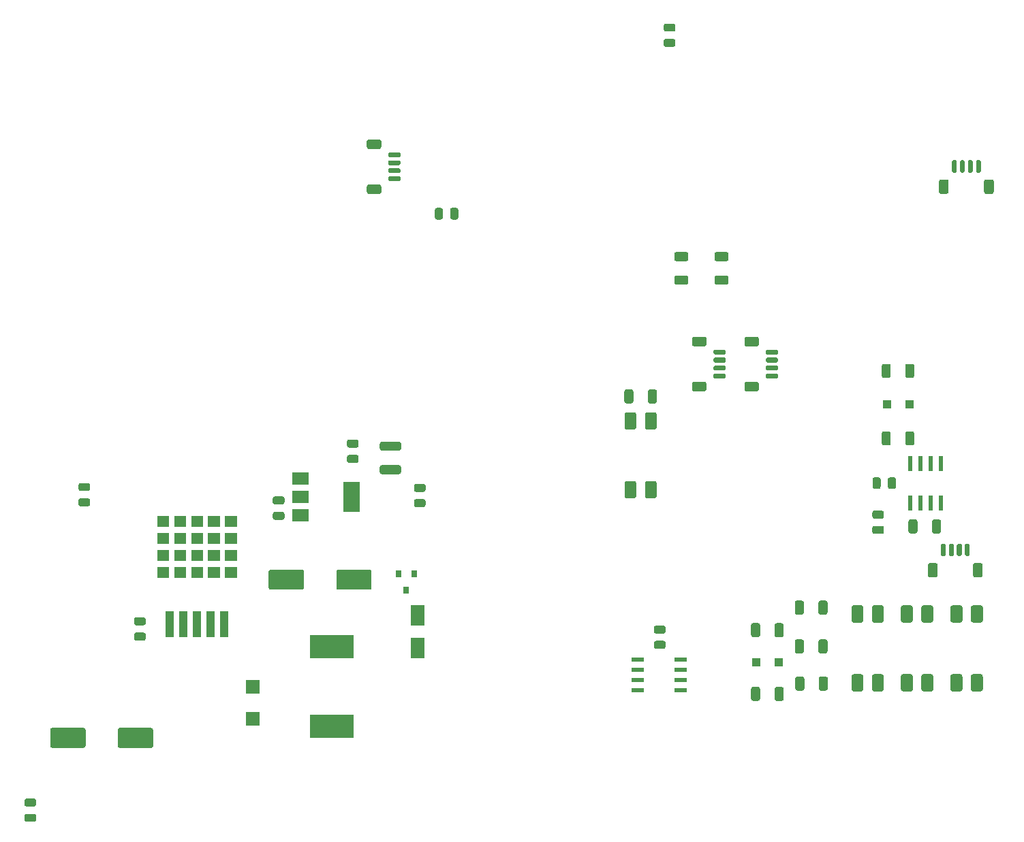
<source format=gbr>
%TF.GenerationSoftware,KiCad,Pcbnew,(5.1.12)-1*%
%TF.CreationDate,2022-02-22T16:25:41-06:00*%
%TF.ProjectId,AS13,41533133-2e6b-4696-9361-645f70636258,rev?*%
%TF.SameCoordinates,Original*%
%TF.FileFunction,Paste,Top*%
%TF.FilePolarity,Positive*%
%FSLAX46Y46*%
G04 Gerber Fmt 4.6, Leading zero omitted, Abs format (unit mm)*
G04 Created by KiCad (PCBNEW (5.1.12)-1) date 2022-02-22 16:25:41*
%MOMM*%
%LPD*%
G01*
G04 APERTURE LIST*
%ADD10C,0.010000*%
%ADD11R,1.100000X1.100000*%
%ADD12R,1.800000X1.800000*%
%ADD13R,0.530000X1.980000*%
%ADD14R,1.800000X2.500000*%
%ADD15R,2.000000X1.500000*%
%ADD16R,2.000000X3.800000*%
%ADD17R,1.050000X3.210000*%
%ADD18R,5.400000X2.900000*%
%ADD19R,1.550000X0.600000*%
%ADD20R,0.800000X0.900000*%
G04 APERTURE END LIST*
D10*
%TO.C,IC2*%
G36*
X75310000Y-136435000D02*
G01*
X75310000Y-135175000D01*
X76730000Y-135175000D01*
X76730000Y-136435000D01*
X75310000Y-136435000D01*
G37*
X75310000Y-136435000D02*
X75310000Y-135175000D01*
X76730000Y-135175000D01*
X76730000Y-136435000D01*
X75310000Y-136435000D01*
G36*
X73200000Y-136435000D02*
G01*
X73200000Y-135175000D01*
X74620000Y-135175000D01*
X74620000Y-136435000D01*
X73200000Y-136435000D01*
G37*
X73200000Y-136435000D02*
X73200000Y-135175000D01*
X74620000Y-135175000D01*
X74620000Y-136435000D01*
X73200000Y-136435000D01*
G36*
X66870000Y-134315000D02*
G01*
X66870000Y-133055000D01*
X68290000Y-133055000D01*
X68290000Y-134315000D01*
X66870000Y-134315000D01*
G37*
X66870000Y-134315000D02*
X66870000Y-133055000D01*
X68290000Y-133055000D01*
X68290000Y-134315000D01*
X66870000Y-134315000D01*
G36*
X66870000Y-136435000D02*
G01*
X66870000Y-135175000D01*
X68290000Y-135175000D01*
X68290000Y-136435000D01*
X66870000Y-136435000D01*
G37*
X66870000Y-136435000D02*
X66870000Y-135175000D01*
X68290000Y-135175000D01*
X68290000Y-136435000D01*
X66870000Y-136435000D01*
G36*
X68980000Y-136435000D02*
G01*
X68980000Y-135175000D01*
X70400000Y-135175000D01*
X70400000Y-136435000D01*
X68980000Y-136435000D01*
G37*
X68980000Y-136435000D02*
X68980000Y-135175000D01*
X70400000Y-135175000D01*
X70400000Y-136435000D01*
X68980000Y-136435000D01*
G36*
X68980000Y-134315000D02*
G01*
X68980000Y-133055000D01*
X70400000Y-133055000D01*
X70400000Y-134315000D01*
X68980000Y-134315000D01*
G37*
X68980000Y-134315000D02*
X68980000Y-133055000D01*
X70400000Y-133055000D01*
X70400000Y-134315000D01*
X68980000Y-134315000D01*
G36*
X75310000Y-134315000D02*
G01*
X75310000Y-133055000D01*
X76730000Y-133055000D01*
X76730000Y-134315000D01*
X75310000Y-134315000D01*
G37*
X75310000Y-134315000D02*
X75310000Y-133055000D01*
X76730000Y-133055000D01*
X76730000Y-134315000D01*
X75310000Y-134315000D01*
G36*
X73200000Y-134315000D02*
G01*
X73200000Y-133055000D01*
X74620000Y-133055000D01*
X74620000Y-134315000D01*
X73200000Y-134315000D01*
G37*
X73200000Y-134315000D02*
X73200000Y-133055000D01*
X74620000Y-133055000D01*
X74620000Y-134315000D01*
X73200000Y-134315000D01*
G36*
X75310000Y-130075000D02*
G01*
X75310000Y-128815000D01*
X76730000Y-128815000D01*
X76730000Y-130075000D01*
X75310000Y-130075000D01*
G37*
X75310000Y-130075000D02*
X75310000Y-128815000D01*
X76730000Y-128815000D01*
X76730000Y-130075000D01*
X75310000Y-130075000D01*
G36*
X73200000Y-130075000D02*
G01*
X73200000Y-128815000D01*
X74620000Y-128815000D01*
X74620000Y-130075000D01*
X73200000Y-130075000D01*
G37*
X73200000Y-130075000D02*
X73200000Y-128815000D01*
X74620000Y-128815000D01*
X74620000Y-130075000D01*
X73200000Y-130075000D01*
G36*
X66870000Y-130075000D02*
G01*
X66870000Y-128815000D01*
X68290000Y-128815000D01*
X68290000Y-130075000D01*
X66870000Y-130075000D01*
G37*
X66870000Y-130075000D02*
X66870000Y-128815000D01*
X68290000Y-128815000D01*
X68290000Y-130075000D01*
X66870000Y-130075000D01*
G36*
X68980000Y-130075000D02*
G01*
X68980000Y-128815000D01*
X70400000Y-128815000D01*
X70400000Y-130075000D01*
X68980000Y-130075000D01*
G37*
X68980000Y-130075000D02*
X68980000Y-128815000D01*
X70400000Y-128815000D01*
X70400000Y-130075000D01*
X68980000Y-130075000D01*
G36*
X75310000Y-132195000D02*
G01*
X75310000Y-130935000D01*
X76730000Y-130935000D01*
X76730000Y-132195000D01*
X75310000Y-132195000D01*
G37*
X75310000Y-132195000D02*
X75310000Y-130935000D01*
X76730000Y-130935000D01*
X76730000Y-132195000D01*
X75310000Y-132195000D01*
G36*
X73200000Y-132195000D02*
G01*
X73200000Y-130935000D01*
X74620000Y-130935000D01*
X74620000Y-132195000D01*
X73200000Y-132195000D01*
G37*
X73200000Y-132195000D02*
X73200000Y-130935000D01*
X74620000Y-130935000D01*
X74620000Y-132195000D01*
X73200000Y-132195000D01*
G36*
X66870000Y-132195000D02*
G01*
X66870000Y-130935000D01*
X68290000Y-130935000D01*
X68290000Y-132195000D01*
X66870000Y-132195000D01*
G37*
X66870000Y-132195000D02*
X66870000Y-130935000D01*
X68290000Y-130935000D01*
X68290000Y-132195000D01*
X66870000Y-132195000D01*
G36*
X68980000Y-132195000D02*
G01*
X68980000Y-130935000D01*
X70400000Y-130935000D01*
X70400000Y-132195000D01*
X68980000Y-132195000D01*
G37*
X68980000Y-132195000D02*
X68980000Y-130935000D01*
X70400000Y-130935000D01*
X70400000Y-132195000D01*
X68980000Y-132195000D01*
G36*
X71090000Y-136435000D02*
G01*
X71090000Y-135175000D01*
X72510000Y-135175000D01*
X72510000Y-136435000D01*
X71090000Y-136435000D01*
G37*
X71090000Y-136435000D02*
X71090000Y-135175000D01*
X72510000Y-135175000D01*
X72510000Y-136435000D01*
X71090000Y-136435000D01*
G36*
X71090000Y-134315000D02*
G01*
X71090000Y-133055000D01*
X72510000Y-133055000D01*
X72510000Y-134315000D01*
X71090000Y-134315000D01*
G37*
X71090000Y-134315000D02*
X71090000Y-133055000D01*
X72510000Y-133055000D01*
X72510000Y-134315000D01*
X71090000Y-134315000D01*
G36*
X71090000Y-130075000D02*
G01*
X71090000Y-128815000D01*
X72510000Y-128815000D01*
X72510000Y-130075000D01*
X71090000Y-130075000D01*
G37*
X71090000Y-130075000D02*
X71090000Y-128815000D01*
X72510000Y-128815000D01*
X72510000Y-130075000D01*
X71090000Y-130075000D01*
G36*
X71090000Y-132195000D02*
G01*
X71090000Y-130935000D01*
X72510000Y-130935000D01*
X72510000Y-132195000D01*
X71090000Y-132195000D01*
G37*
X71090000Y-132195000D02*
X71090000Y-130935000D01*
X72510000Y-130935000D01*
X72510000Y-132195000D01*
X71090000Y-132195000D01*
%TD*%
%TO.C,R8*%
G36*
G01*
X143600000Y-151550001D02*
X143600000Y-150299999D01*
G75*
G02*
X143849999Y-150050000I249999J0D01*
G01*
X144475001Y-150050000D01*
G75*
G02*
X144725000Y-150299999I0J-249999D01*
G01*
X144725000Y-151550001D01*
G75*
G02*
X144475001Y-151800000I-249999J0D01*
G01*
X143849999Y-151800000D01*
G75*
G02*
X143600000Y-151550001I0J249999D01*
G01*
G37*
G36*
G01*
X140675000Y-151550001D02*
X140675000Y-150299999D01*
G75*
G02*
X140924999Y-150050000I249999J0D01*
G01*
X141550001Y-150050000D01*
G75*
G02*
X141800000Y-150299999I0J-249999D01*
G01*
X141800000Y-151550001D01*
G75*
G02*
X141550001Y-151800000I-249999J0D01*
G01*
X140924999Y-151800000D01*
G75*
G02*
X140675000Y-151550001I0J249999D01*
G01*
G37*
%TD*%
%TO.C,R6*%
G36*
G01*
X159832500Y-119769401D02*
X159832500Y-118519399D01*
G75*
G02*
X160082499Y-118269400I249999J0D01*
G01*
X160707501Y-118269400D01*
G75*
G02*
X160957500Y-118519399I0J-249999D01*
G01*
X160957500Y-119769401D01*
G75*
G02*
X160707501Y-120019400I-249999J0D01*
G01*
X160082499Y-120019400D01*
G75*
G02*
X159832500Y-119769401I0J249999D01*
G01*
G37*
G36*
G01*
X156907500Y-119769401D02*
X156907500Y-118519399D01*
G75*
G02*
X157157499Y-118269400I249999J0D01*
G01*
X157782501Y-118269400D01*
G75*
G02*
X158032500Y-118519399I0J-249999D01*
G01*
X158032500Y-119769401D01*
G75*
G02*
X157782501Y-120019400I-249999J0D01*
G01*
X157157499Y-120019400D01*
G75*
G02*
X156907500Y-119769401I0J249999D01*
G01*
G37*
%TD*%
%TO.C,R3*%
G36*
G01*
X149041600Y-140823401D02*
X149041600Y-139573399D01*
G75*
G02*
X149291599Y-139323400I249999J0D01*
G01*
X149916601Y-139323400D01*
G75*
G02*
X150166600Y-139573399I0J-249999D01*
G01*
X150166600Y-140823401D01*
G75*
G02*
X149916601Y-141073400I-249999J0D01*
G01*
X149291599Y-141073400D01*
G75*
G02*
X149041600Y-140823401I0J249999D01*
G01*
G37*
G36*
G01*
X146116600Y-140823401D02*
X146116600Y-139573399D01*
G75*
G02*
X146366599Y-139323400I249999J0D01*
G01*
X146991601Y-139323400D01*
G75*
G02*
X147241600Y-139573399I0J-249999D01*
G01*
X147241600Y-140823401D01*
G75*
G02*
X146991601Y-141073400I-249999J0D01*
G01*
X146366599Y-141073400D01*
G75*
G02*
X146116600Y-140823401I0J249999D01*
G01*
G37*
%TD*%
%TO.C,R2*%
G36*
G01*
X149041600Y-145649401D02*
X149041600Y-144399399D01*
G75*
G02*
X149291599Y-144149400I249999J0D01*
G01*
X149916601Y-144149400D01*
G75*
G02*
X150166600Y-144399399I0J-249999D01*
G01*
X150166600Y-145649401D01*
G75*
G02*
X149916601Y-145899400I-249999J0D01*
G01*
X149291599Y-145899400D01*
G75*
G02*
X149041600Y-145649401I0J249999D01*
G01*
G37*
G36*
G01*
X146116600Y-145649401D02*
X146116600Y-144399399D01*
G75*
G02*
X146366599Y-144149400I249999J0D01*
G01*
X146991601Y-144149400D01*
G75*
G02*
X147241600Y-144399399I0J-249999D01*
G01*
X147241600Y-145649401D01*
G75*
G02*
X146991601Y-145899400I-249999J0D01*
G01*
X146366599Y-145899400D01*
G75*
G02*
X146116600Y-145649401I0J249999D01*
G01*
G37*
%TD*%
%TO.C,R1*%
G36*
G01*
X149092400Y-150272201D02*
X149092400Y-149022199D01*
G75*
G02*
X149342399Y-148772200I249999J0D01*
G01*
X149967401Y-148772200D01*
G75*
G02*
X150217400Y-149022199I0J-249999D01*
G01*
X150217400Y-150272201D01*
G75*
G02*
X149967401Y-150522200I-249999J0D01*
G01*
X149342399Y-150522200D01*
G75*
G02*
X149092400Y-150272201I0J249999D01*
G01*
G37*
G36*
G01*
X146167400Y-150272201D02*
X146167400Y-149022199D01*
G75*
G02*
X146417399Y-148772200I249999J0D01*
G01*
X147042401Y-148772200D01*
G75*
G02*
X147292400Y-149022199I0J-249999D01*
G01*
X147292400Y-150272201D01*
G75*
G02*
X147042401Y-150522200I-249999J0D01*
G01*
X146417399Y-150522200D01*
G75*
G02*
X146167400Y-150272201I0J249999D01*
G01*
G37*
%TD*%
%TO.C,R11*%
G36*
G01*
X131374998Y-98900000D02*
X132625002Y-98900000D01*
G75*
G02*
X132875000Y-99149998I0J-249998D01*
G01*
X132875000Y-99775002D01*
G75*
G02*
X132625002Y-100025000I-249998J0D01*
G01*
X131374998Y-100025000D01*
G75*
G02*
X131125000Y-99775002I0J249998D01*
G01*
X131125000Y-99149998D01*
G75*
G02*
X131374998Y-98900000I249998J0D01*
G01*
G37*
G36*
G01*
X131374998Y-95975000D02*
X132625002Y-95975000D01*
G75*
G02*
X132875000Y-96224998I0J-249998D01*
G01*
X132875000Y-96850002D01*
G75*
G02*
X132625002Y-97100000I-249998J0D01*
G01*
X131374998Y-97100000D01*
G75*
G02*
X131125000Y-96850002I0J249998D01*
G01*
X131125000Y-96224998D01*
G75*
G02*
X131374998Y-95975000I249998J0D01*
G01*
G37*
%TD*%
%TO.C,R10*%
G36*
G01*
X136374998Y-98900000D02*
X137625002Y-98900000D01*
G75*
G02*
X137875000Y-99149998I0J-249998D01*
G01*
X137875000Y-99775002D01*
G75*
G02*
X137625002Y-100025000I-249998J0D01*
G01*
X136374998Y-100025000D01*
G75*
G02*
X136125000Y-99775002I0J249998D01*
G01*
X136125000Y-99149998D01*
G75*
G02*
X136374998Y-98900000I249998J0D01*
G01*
G37*
G36*
G01*
X136374998Y-95975000D02*
X137625002Y-95975000D01*
G75*
G02*
X137875000Y-96224998I0J-249998D01*
G01*
X137875000Y-96850002D01*
G75*
G02*
X137625002Y-97100000I-249998J0D01*
G01*
X136374998Y-97100000D01*
G75*
G02*
X136125000Y-96850002I0J249998D01*
G01*
X136125000Y-96224998D01*
G75*
G02*
X136374998Y-95975000I249998J0D01*
G01*
G37*
%TD*%
%TO.C,R9*%
G36*
G01*
X141800000Y-142374998D02*
X141800000Y-143625002D01*
G75*
G02*
X141550002Y-143875000I-249998J0D01*
G01*
X140924998Y-143875000D01*
G75*
G02*
X140675000Y-143625002I0J249998D01*
G01*
X140675000Y-142374998D01*
G75*
G02*
X140924998Y-142125000I249998J0D01*
G01*
X141550002Y-142125000D01*
G75*
G02*
X141800000Y-142374998I0J-249998D01*
G01*
G37*
G36*
G01*
X144725000Y-142374998D02*
X144725000Y-143625002D01*
G75*
G02*
X144475002Y-143875000I-249998J0D01*
G01*
X143849998Y-143875000D01*
G75*
G02*
X143600000Y-143625002I0J249998D01*
G01*
X143600000Y-142374998D01*
G75*
G02*
X143849998Y-142125000I249998J0D01*
G01*
X144475002Y-142125000D01*
G75*
G02*
X144725000Y-142374998I0J-249998D01*
G01*
G37*
%TD*%
%TO.C,R7*%
G36*
G01*
X159832500Y-111375002D02*
X159832500Y-110124998D01*
G75*
G02*
X160082498Y-109875000I249998J0D01*
G01*
X160707502Y-109875000D01*
G75*
G02*
X160957500Y-110124998I0J-249998D01*
G01*
X160957500Y-111375002D01*
G75*
G02*
X160707502Y-111625000I-249998J0D01*
G01*
X160082498Y-111625000D01*
G75*
G02*
X159832500Y-111375002I0J249998D01*
G01*
G37*
G36*
G01*
X156907500Y-111375002D02*
X156907500Y-110124998D01*
G75*
G02*
X157157498Y-109875000I249998J0D01*
G01*
X157782502Y-109875000D01*
G75*
G02*
X158032500Y-110124998I0J-249998D01*
G01*
X158032500Y-111375002D01*
G75*
G02*
X157782502Y-111625000I-249998J0D01*
G01*
X157157498Y-111625000D01*
G75*
G02*
X156907500Y-111375002I0J249998D01*
G01*
G37*
%TD*%
%TO.C,C2*%
G36*
G01*
X50625000Y-165850000D02*
X51575000Y-165850000D01*
G75*
G02*
X51825000Y-166100000I0J-250000D01*
G01*
X51825000Y-166600000D01*
G75*
G02*
X51575000Y-166850000I-250000J0D01*
G01*
X50625000Y-166850000D01*
G75*
G02*
X50375000Y-166600000I0J250000D01*
G01*
X50375000Y-166100000D01*
G75*
G02*
X50625000Y-165850000I250000J0D01*
G01*
G37*
G36*
G01*
X50625000Y-163950000D02*
X51575000Y-163950000D01*
G75*
G02*
X51825000Y-164200000I0J-250000D01*
G01*
X51825000Y-164700000D01*
G75*
G02*
X51575000Y-164950000I-250000J0D01*
G01*
X50625000Y-164950000D01*
G75*
G02*
X50375000Y-164700000I0J250000D01*
G01*
X50375000Y-164200000D01*
G75*
G02*
X50625000Y-163950000I250000J0D01*
G01*
G37*
%TD*%
%TO.C,J2*%
G36*
G01*
X163852500Y-134892899D02*
X163852500Y-136192901D01*
G75*
G02*
X163602501Y-136442900I-249999J0D01*
G01*
X162902499Y-136442900D01*
G75*
G02*
X162652500Y-136192901I0J249999D01*
G01*
X162652500Y-134892899D01*
G75*
G02*
X162902499Y-134642900I249999J0D01*
G01*
X163602501Y-134642900D01*
G75*
G02*
X163852500Y-134892899I0J-249999D01*
G01*
G37*
G36*
G01*
X169452500Y-134892899D02*
X169452500Y-136192901D01*
G75*
G02*
X169202501Y-136442900I-249999J0D01*
G01*
X168502499Y-136442900D01*
G75*
G02*
X168252500Y-136192901I0J249999D01*
G01*
X168252500Y-134892899D01*
G75*
G02*
X168502499Y-134642900I249999J0D01*
G01*
X169202501Y-134642900D01*
G75*
G02*
X169452500Y-134892899I0J-249999D01*
G01*
G37*
G36*
G01*
X164852500Y-132392900D02*
X164852500Y-133642900D01*
G75*
G02*
X164702500Y-133792900I-150000J0D01*
G01*
X164402500Y-133792900D01*
G75*
G02*
X164252500Y-133642900I0J150000D01*
G01*
X164252500Y-132392900D01*
G75*
G02*
X164402500Y-132242900I150000J0D01*
G01*
X164702500Y-132242900D01*
G75*
G02*
X164852500Y-132392900I0J-150000D01*
G01*
G37*
G36*
G01*
X165852500Y-132392900D02*
X165852500Y-133642900D01*
G75*
G02*
X165702500Y-133792900I-150000J0D01*
G01*
X165402500Y-133792900D01*
G75*
G02*
X165252500Y-133642900I0J150000D01*
G01*
X165252500Y-132392900D01*
G75*
G02*
X165402500Y-132242900I150000J0D01*
G01*
X165702500Y-132242900D01*
G75*
G02*
X165852500Y-132392900I0J-150000D01*
G01*
G37*
G36*
G01*
X166852500Y-132392900D02*
X166852500Y-133642900D01*
G75*
G02*
X166702500Y-133792900I-150000J0D01*
G01*
X166402500Y-133792900D01*
G75*
G02*
X166252500Y-133642900I0J150000D01*
G01*
X166252500Y-132392900D01*
G75*
G02*
X166402500Y-132242900I150000J0D01*
G01*
X166702500Y-132242900D01*
G75*
G02*
X166852500Y-132392900I0J-150000D01*
G01*
G37*
G36*
G01*
X167852500Y-132392900D02*
X167852500Y-133642900D01*
G75*
G02*
X167702500Y-133792900I-150000J0D01*
G01*
X167402500Y-133792900D01*
G75*
G02*
X167252500Y-133642900I0J150000D01*
G01*
X167252500Y-132392900D01*
G75*
G02*
X167402500Y-132242900I150000J0D01*
G01*
X167702500Y-132242900D01*
G75*
G02*
X167852500Y-132392900I0J-150000D01*
G01*
G37*
%TD*%
%TO.C,C5*%
G36*
G01*
X156939000Y-129130400D02*
X155989000Y-129130400D01*
G75*
G02*
X155739000Y-128880400I0J250000D01*
G01*
X155739000Y-128380400D01*
G75*
G02*
X155989000Y-128130400I250000J0D01*
G01*
X156939000Y-128130400D01*
G75*
G02*
X157189000Y-128380400I0J-250000D01*
G01*
X157189000Y-128880400D01*
G75*
G02*
X156939000Y-129130400I-250000J0D01*
G01*
G37*
G36*
G01*
X156939000Y-131030400D02*
X155989000Y-131030400D01*
G75*
G02*
X155739000Y-130780400I0J250000D01*
G01*
X155739000Y-130280400D01*
G75*
G02*
X155989000Y-130030400I250000J0D01*
G01*
X156939000Y-130030400D01*
G75*
G02*
X157189000Y-130280400I0J-250000D01*
G01*
X157189000Y-130780400D01*
G75*
G02*
X156939000Y-131030400I-250000J0D01*
G01*
G37*
%TD*%
D11*
%TO.C,D2*%
X144117500Y-146962500D03*
X141317500Y-146962500D03*
%TD*%
%TO.C,D1*%
X160350000Y-114947200D03*
X157550000Y-114947200D03*
%TD*%
D12*
%TO.C,D3*%
X78779000Y-150055200D03*
X78779000Y-154055200D03*
%TD*%
D13*
%TO.C,U1*%
X164235160Y-127227420D03*
X162965160Y-127227420D03*
X161695160Y-127227420D03*
X160425160Y-127227420D03*
X160425160Y-122297420D03*
X161695160Y-122297420D03*
X162965160Y-122297420D03*
X164235160Y-122297420D03*
%TD*%
%TO.C,C6*%
G36*
G01*
X82440800Y-127377800D02*
X81490800Y-127377800D01*
G75*
G02*
X81240800Y-127127800I0J250000D01*
G01*
X81240800Y-126627800D01*
G75*
G02*
X81490800Y-126377800I250000J0D01*
G01*
X82440800Y-126377800D01*
G75*
G02*
X82690800Y-126627800I0J-250000D01*
G01*
X82690800Y-127127800D01*
G75*
G02*
X82440800Y-127377800I-250000J0D01*
G01*
G37*
G36*
G01*
X82440800Y-129277800D02*
X81490800Y-129277800D01*
G75*
G02*
X81240800Y-129027800I0J250000D01*
G01*
X81240800Y-128527800D01*
G75*
G02*
X81490800Y-128277800I250000J0D01*
G01*
X82440800Y-128277800D01*
G75*
G02*
X82690800Y-128527800I0J-250000D01*
G01*
X82690800Y-129027800D01*
G75*
G02*
X82440800Y-129277800I-250000J0D01*
G01*
G37*
%TD*%
D14*
%TO.C,D5*%
X99260660Y-141184640D03*
X99260660Y-145184640D03*
%TD*%
D15*
%TO.C,IC1*%
X84708600Y-124130800D03*
X84708600Y-128730800D03*
X84708600Y-126430800D03*
D16*
X91008600Y-126430800D03*
%TD*%
D17*
%TO.C,IC2*%
X75200000Y-142255000D03*
X73500000Y-142255000D03*
X71800000Y-142255000D03*
X70100000Y-142255000D03*
X68400000Y-142255000D03*
%TD*%
%TO.C,C8*%
G36*
G01*
X65200000Y-142400000D02*
X64250000Y-142400000D01*
G75*
G02*
X64000000Y-142150000I0J250000D01*
G01*
X64000000Y-141650000D01*
G75*
G02*
X64250000Y-141400000I250000J0D01*
G01*
X65200000Y-141400000D01*
G75*
G02*
X65450000Y-141650000I0J-250000D01*
G01*
X65450000Y-142150000D01*
G75*
G02*
X65200000Y-142400000I-250000J0D01*
G01*
G37*
G36*
G01*
X65200000Y-144300000D02*
X64250000Y-144300000D01*
G75*
G02*
X64000000Y-144050000I0J250000D01*
G01*
X64000000Y-143550000D01*
G75*
G02*
X64250000Y-143300000I250000J0D01*
G01*
X65200000Y-143300000D01*
G75*
G02*
X65450000Y-143550000I0J-250000D01*
G01*
X65450000Y-144050000D01*
G75*
G02*
X65200000Y-144300000I-250000J0D01*
G01*
G37*
%TD*%
D18*
%TO.C,L1*%
X88544400Y-145026600D03*
X88544400Y-154926600D03*
%TD*%
%TO.C,C11*%
G36*
G01*
X85122000Y-135717800D02*
X85122000Y-137717800D01*
G75*
G02*
X84872000Y-137967800I-250000J0D01*
G01*
X80972000Y-137967800D01*
G75*
G02*
X80722000Y-137717800I0J250000D01*
G01*
X80722000Y-135717800D01*
G75*
G02*
X80972000Y-135467800I250000J0D01*
G01*
X84872000Y-135467800D01*
G75*
G02*
X85122000Y-135717800I0J-250000D01*
G01*
G37*
G36*
G01*
X93522000Y-135717800D02*
X93522000Y-137717800D01*
G75*
G02*
X93272000Y-137967800I-250000J0D01*
G01*
X89372000Y-137967800D01*
G75*
G02*
X89122000Y-137717800I0J250000D01*
G01*
X89122000Y-135717800D01*
G75*
G02*
X89372000Y-135467800I250000J0D01*
G01*
X93272000Y-135467800D01*
G75*
G02*
X93522000Y-135717800I0J-250000D01*
G01*
G37*
%TD*%
%TO.C,C9*%
G36*
G01*
X57969400Y-155402800D02*
X57969400Y-157402800D01*
G75*
G02*
X57719400Y-157652800I-250000J0D01*
G01*
X53819400Y-157652800D01*
G75*
G02*
X53569400Y-157402800I0J250000D01*
G01*
X53569400Y-155402800D01*
G75*
G02*
X53819400Y-155152800I250000J0D01*
G01*
X57719400Y-155152800D01*
G75*
G02*
X57969400Y-155402800I0J-250000D01*
G01*
G37*
G36*
G01*
X66369400Y-155402800D02*
X66369400Y-157402800D01*
G75*
G02*
X66119400Y-157652800I-250000J0D01*
G01*
X62219400Y-157652800D01*
G75*
G02*
X61969400Y-157402800I0J250000D01*
G01*
X61969400Y-155402800D01*
G75*
G02*
X62219400Y-155152800I250000J0D01*
G01*
X66119400Y-155152800D01*
G75*
G02*
X66369400Y-155402800I0J-250000D01*
G01*
G37*
%TD*%
%TO.C,R4*%
G36*
G01*
X127850000Y-114550002D02*
X127850000Y-113299998D01*
G75*
G02*
X128099998Y-113050000I249998J0D01*
G01*
X128725002Y-113050000D01*
G75*
G02*
X128975000Y-113299998I0J-249998D01*
G01*
X128975000Y-114550002D01*
G75*
G02*
X128725002Y-114800000I-249998J0D01*
G01*
X128099998Y-114800000D01*
G75*
G02*
X127850000Y-114550002I0J249998D01*
G01*
G37*
G36*
G01*
X124925000Y-114550002D02*
X124925000Y-113299998D01*
G75*
G02*
X125174998Y-113050000I249998J0D01*
G01*
X125800002Y-113050000D01*
G75*
G02*
X126050000Y-113299998I0J-249998D01*
G01*
X126050000Y-114550002D01*
G75*
G02*
X125800002Y-114800000I-249998J0D01*
G01*
X125174998Y-114800000D01*
G75*
G02*
X124925000Y-114550002I0J249998D01*
G01*
G37*
%TD*%
%TO.C,R5*%
G36*
G01*
X161355200Y-129473558D02*
X161355200Y-130723562D01*
G75*
G02*
X161105202Y-130973560I-249998J0D01*
G01*
X160480198Y-130973560D01*
G75*
G02*
X160230200Y-130723562I0J249998D01*
G01*
X160230200Y-129473558D01*
G75*
G02*
X160480198Y-129223560I249998J0D01*
G01*
X161105202Y-129223560D01*
G75*
G02*
X161355200Y-129473558I0J-249998D01*
G01*
G37*
G36*
G01*
X164280200Y-129473558D02*
X164280200Y-130723562D01*
G75*
G02*
X164030202Y-130973560I-249998J0D01*
G01*
X163405198Y-130973560D01*
G75*
G02*
X163155200Y-130723562I0J249998D01*
G01*
X163155200Y-129473558D01*
G75*
G02*
X163405198Y-129223560I249998J0D01*
G01*
X164030202Y-129223560D01*
G75*
G02*
X164280200Y-129473558I0J-249998D01*
G01*
G37*
%TD*%
%TO.C,U5*%
G36*
G01*
X127746400Y-124455000D02*
X128693600Y-124455000D01*
G75*
G02*
X128960000Y-124721400I0J-266400D01*
G01*
X128960000Y-126338600D01*
G75*
G02*
X128693600Y-126605000I-266400J0D01*
G01*
X127746400Y-126605000D01*
G75*
G02*
X127480000Y-126338600I0J266400D01*
G01*
X127480000Y-124721400D01*
G75*
G02*
X127746400Y-124455000I266400J0D01*
G01*
G37*
G36*
G01*
X125206400Y-124455000D02*
X126153600Y-124455000D01*
G75*
G02*
X126420000Y-124721400I0J-266400D01*
G01*
X126420000Y-126338600D01*
G75*
G02*
X126153600Y-126605000I-266400J0D01*
G01*
X125206400Y-126605000D01*
G75*
G02*
X124940000Y-126338600I0J266400D01*
G01*
X124940000Y-124721400D01*
G75*
G02*
X125206400Y-124455000I266400J0D01*
G01*
G37*
G36*
G01*
X125206400Y-115895000D02*
X126153600Y-115895000D01*
G75*
G02*
X126420000Y-116161400I0J-266400D01*
G01*
X126420000Y-117778600D01*
G75*
G02*
X126153600Y-118045000I-266400J0D01*
G01*
X125206400Y-118045000D01*
G75*
G02*
X124940000Y-117778600I0J266400D01*
G01*
X124940000Y-116161400D01*
G75*
G02*
X125206400Y-115895000I266400J0D01*
G01*
G37*
G36*
G01*
X127746400Y-115895000D02*
X128693600Y-115895000D01*
G75*
G02*
X128960000Y-116161400I0J-266400D01*
G01*
X128960000Y-117778600D01*
G75*
G02*
X128693600Y-118045000I-266400J0D01*
G01*
X127746400Y-118045000D01*
G75*
G02*
X127480000Y-117778600I0J266400D01*
G01*
X127480000Y-116161400D01*
G75*
G02*
X127746400Y-115895000I266400J0D01*
G01*
G37*
%TD*%
%TO.C,R12*%
G36*
G01*
X96934603Y-120679400D02*
X94784597Y-120679400D01*
G75*
G02*
X94534600Y-120429403I0J249997D01*
G01*
X94534600Y-119804397D01*
G75*
G02*
X94784597Y-119554400I249997J0D01*
G01*
X96934603Y-119554400D01*
G75*
G02*
X97184600Y-119804397I0J-249997D01*
G01*
X97184600Y-120429403D01*
G75*
G02*
X96934603Y-120679400I-249997J0D01*
G01*
G37*
G36*
G01*
X96934603Y-123604400D02*
X94784597Y-123604400D01*
G75*
G02*
X94534600Y-123354403I0J249997D01*
G01*
X94534600Y-122729397D01*
G75*
G02*
X94784597Y-122479400I249997J0D01*
G01*
X96934603Y-122479400D01*
G75*
G02*
X97184600Y-122729397I0J-249997D01*
G01*
X97184600Y-123354403D01*
G75*
G02*
X96934603Y-123604400I-249997J0D01*
G01*
G37*
%TD*%
%TO.C,C4*%
G36*
G01*
X129800000Y-143425000D02*
X128850000Y-143425000D01*
G75*
G02*
X128600000Y-143175000I0J250000D01*
G01*
X128600000Y-142675000D01*
G75*
G02*
X128850000Y-142425000I250000J0D01*
G01*
X129800000Y-142425000D01*
G75*
G02*
X130050000Y-142675000I0J-250000D01*
G01*
X130050000Y-143175000D01*
G75*
G02*
X129800000Y-143425000I-250000J0D01*
G01*
G37*
G36*
G01*
X129800000Y-145325000D02*
X128850000Y-145325000D01*
G75*
G02*
X128600000Y-145075000I0J250000D01*
G01*
X128600000Y-144575000D01*
G75*
G02*
X128850000Y-144325000I250000J0D01*
G01*
X129800000Y-144325000D01*
G75*
G02*
X130050000Y-144575000I0J-250000D01*
G01*
X130050000Y-145075000D01*
G75*
G02*
X129800000Y-145325000I-250000J0D01*
G01*
G37*
%TD*%
%TO.C,C3*%
G36*
G01*
X57335400Y-126601400D02*
X58285400Y-126601400D01*
G75*
G02*
X58535400Y-126851400I0J-250000D01*
G01*
X58535400Y-127351400D01*
G75*
G02*
X58285400Y-127601400I-250000J0D01*
G01*
X57335400Y-127601400D01*
G75*
G02*
X57085400Y-127351400I0J250000D01*
G01*
X57085400Y-126851400D01*
G75*
G02*
X57335400Y-126601400I250000J0D01*
G01*
G37*
G36*
G01*
X57335400Y-124701400D02*
X58285400Y-124701400D01*
G75*
G02*
X58535400Y-124951400I0J-250000D01*
G01*
X58535400Y-125451400D01*
G75*
G02*
X58285400Y-125701400I-250000J0D01*
G01*
X57335400Y-125701400D01*
G75*
G02*
X57085400Y-125451400I0J250000D01*
G01*
X57085400Y-124951400D01*
G75*
G02*
X57335400Y-124701400I250000J0D01*
G01*
G37*
%TD*%
D19*
%TO.C,U6*%
X131950000Y-150430000D03*
X131950000Y-149160000D03*
X131950000Y-146620000D03*
X126550000Y-150430000D03*
X126550000Y-149160000D03*
X126550000Y-146620000D03*
X131950000Y-147890000D03*
X126550000Y-147890000D03*
%TD*%
%TO.C,U3*%
G36*
G01*
X160515600Y-142063000D02*
X159568400Y-142063000D01*
G75*
G02*
X159302000Y-141796600I0J266400D01*
G01*
X159302000Y-140179400D01*
G75*
G02*
X159568400Y-139913000I266400J0D01*
G01*
X160515600Y-139913000D01*
G75*
G02*
X160782000Y-140179400I0J-266400D01*
G01*
X160782000Y-141796600D01*
G75*
G02*
X160515600Y-142063000I-266400J0D01*
G01*
G37*
G36*
G01*
X163055600Y-142063000D02*
X162108400Y-142063000D01*
G75*
G02*
X161842000Y-141796600I0J266400D01*
G01*
X161842000Y-140179400D01*
G75*
G02*
X162108400Y-139913000I266400J0D01*
G01*
X163055600Y-139913000D01*
G75*
G02*
X163322000Y-140179400I0J-266400D01*
G01*
X163322000Y-141796600D01*
G75*
G02*
X163055600Y-142063000I-266400J0D01*
G01*
G37*
G36*
G01*
X163055600Y-150623000D02*
X162108400Y-150623000D01*
G75*
G02*
X161842000Y-150356600I0J266400D01*
G01*
X161842000Y-148739400D01*
G75*
G02*
X162108400Y-148473000I266400J0D01*
G01*
X163055600Y-148473000D01*
G75*
G02*
X163322000Y-148739400I0J-266400D01*
G01*
X163322000Y-150356600D01*
G75*
G02*
X163055600Y-150623000I-266400J0D01*
G01*
G37*
G36*
G01*
X160515600Y-150623000D02*
X159568400Y-150623000D01*
G75*
G02*
X159302000Y-150356600I0J266400D01*
G01*
X159302000Y-148739400D01*
G75*
G02*
X159568400Y-148473000I266400J0D01*
G01*
X160515600Y-148473000D01*
G75*
G02*
X160782000Y-148739400I0J-266400D01*
G01*
X160782000Y-150356600D01*
G75*
G02*
X160515600Y-150623000I-266400J0D01*
G01*
G37*
%TD*%
%TO.C,U2*%
G36*
G01*
X154365600Y-142063000D02*
X153418400Y-142063000D01*
G75*
G02*
X153152000Y-141796600I0J266400D01*
G01*
X153152000Y-140179400D01*
G75*
G02*
X153418400Y-139913000I266400J0D01*
G01*
X154365600Y-139913000D01*
G75*
G02*
X154632000Y-140179400I0J-266400D01*
G01*
X154632000Y-141796600D01*
G75*
G02*
X154365600Y-142063000I-266400J0D01*
G01*
G37*
G36*
G01*
X156905600Y-142063000D02*
X155958400Y-142063000D01*
G75*
G02*
X155692000Y-141796600I0J266400D01*
G01*
X155692000Y-140179400D01*
G75*
G02*
X155958400Y-139913000I266400J0D01*
G01*
X156905600Y-139913000D01*
G75*
G02*
X157172000Y-140179400I0J-266400D01*
G01*
X157172000Y-141796600D01*
G75*
G02*
X156905600Y-142063000I-266400J0D01*
G01*
G37*
G36*
G01*
X156905600Y-150623000D02*
X155958400Y-150623000D01*
G75*
G02*
X155692000Y-150356600I0J266400D01*
G01*
X155692000Y-148739400D01*
G75*
G02*
X155958400Y-148473000I266400J0D01*
G01*
X156905600Y-148473000D01*
G75*
G02*
X157172000Y-148739400I0J-266400D01*
G01*
X157172000Y-150356600D01*
G75*
G02*
X156905600Y-150623000I-266400J0D01*
G01*
G37*
G36*
G01*
X154365600Y-150623000D02*
X153418400Y-150623000D01*
G75*
G02*
X153152000Y-150356600I0J266400D01*
G01*
X153152000Y-148739400D01*
G75*
G02*
X153418400Y-148473000I266400J0D01*
G01*
X154365600Y-148473000D01*
G75*
G02*
X154632000Y-148739400I0J-266400D01*
G01*
X154632000Y-150356600D01*
G75*
G02*
X154365600Y-150623000I-266400J0D01*
G01*
G37*
%TD*%
%TO.C,J19*%
G36*
G01*
X165230800Y-87189399D02*
X165230800Y-88489401D01*
G75*
G02*
X164980801Y-88739400I-249999J0D01*
G01*
X164280799Y-88739400D01*
G75*
G02*
X164030800Y-88489401I0J249999D01*
G01*
X164030800Y-87189399D01*
G75*
G02*
X164280799Y-86939400I249999J0D01*
G01*
X164980801Y-86939400D01*
G75*
G02*
X165230800Y-87189399I0J-249999D01*
G01*
G37*
G36*
G01*
X170830800Y-87189399D02*
X170830800Y-88489401D01*
G75*
G02*
X170580801Y-88739400I-249999J0D01*
G01*
X169880799Y-88739400D01*
G75*
G02*
X169630800Y-88489401I0J249999D01*
G01*
X169630800Y-87189399D01*
G75*
G02*
X169880799Y-86939400I249999J0D01*
G01*
X170580801Y-86939400D01*
G75*
G02*
X170830800Y-87189399I0J-249999D01*
G01*
G37*
G36*
G01*
X166230800Y-84689400D02*
X166230800Y-85939400D01*
G75*
G02*
X166080800Y-86089400I-150000J0D01*
G01*
X165780800Y-86089400D01*
G75*
G02*
X165630800Y-85939400I0J150000D01*
G01*
X165630800Y-84689400D01*
G75*
G02*
X165780800Y-84539400I150000J0D01*
G01*
X166080800Y-84539400D01*
G75*
G02*
X166230800Y-84689400I0J-150000D01*
G01*
G37*
G36*
G01*
X167230800Y-84689400D02*
X167230800Y-85939400D01*
G75*
G02*
X167080800Y-86089400I-150000J0D01*
G01*
X166780800Y-86089400D01*
G75*
G02*
X166630800Y-85939400I0J150000D01*
G01*
X166630800Y-84689400D01*
G75*
G02*
X166780800Y-84539400I150000J0D01*
G01*
X167080800Y-84539400D01*
G75*
G02*
X167230800Y-84689400I0J-150000D01*
G01*
G37*
G36*
G01*
X168230800Y-84689400D02*
X168230800Y-85939400D01*
G75*
G02*
X168080800Y-86089400I-150000J0D01*
G01*
X167780800Y-86089400D01*
G75*
G02*
X167630800Y-85939400I0J150000D01*
G01*
X167630800Y-84689400D01*
G75*
G02*
X167780800Y-84539400I150000J0D01*
G01*
X168080800Y-84539400D01*
G75*
G02*
X168230800Y-84689400I0J-150000D01*
G01*
G37*
G36*
G01*
X169230800Y-84689400D02*
X169230800Y-85939400D01*
G75*
G02*
X169080800Y-86089400I-150000J0D01*
G01*
X168780800Y-86089400D01*
G75*
G02*
X168630800Y-85939400I0J150000D01*
G01*
X168630800Y-84689400D01*
G75*
G02*
X168780800Y-84539400I150000J0D01*
G01*
X169080800Y-84539400D01*
G75*
G02*
X169230800Y-84689400I0J-150000D01*
G01*
G37*
%TD*%
%TO.C,C10*%
G36*
G01*
X99025000Y-126700000D02*
X99975000Y-126700000D01*
G75*
G02*
X100225000Y-126950000I0J-250000D01*
G01*
X100225000Y-127450000D01*
G75*
G02*
X99975000Y-127700000I-250000J0D01*
G01*
X99025000Y-127700000D01*
G75*
G02*
X98775000Y-127450000I0J250000D01*
G01*
X98775000Y-126950000D01*
G75*
G02*
X99025000Y-126700000I250000J0D01*
G01*
G37*
G36*
G01*
X99025000Y-124800000D02*
X99975000Y-124800000D01*
G75*
G02*
X100225000Y-125050000I0J-250000D01*
G01*
X100225000Y-125550000D01*
G75*
G02*
X99975000Y-125800000I-250000J0D01*
G01*
X99025000Y-125800000D01*
G75*
G02*
X98775000Y-125550000I0J250000D01*
G01*
X98775000Y-125050000D01*
G75*
G02*
X99025000Y-124800000I250000J0D01*
G01*
G37*
%TD*%
%TO.C,C1*%
G36*
G01*
X156771120Y-124242080D02*
X156771120Y-125192080D01*
G75*
G02*
X156521120Y-125442080I-250000J0D01*
G01*
X156021120Y-125442080D01*
G75*
G02*
X155771120Y-125192080I0J250000D01*
G01*
X155771120Y-124242080D01*
G75*
G02*
X156021120Y-123992080I250000J0D01*
G01*
X156521120Y-123992080D01*
G75*
G02*
X156771120Y-124242080I0J-250000D01*
G01*
G37*
G36*
G01*
X158671120Y-124242080D02*
X158671120Y-125192080D01*
G75*
G02*
X158421120Y-125442080I-250000J0D01*
G01*
X157921120Y-125442080D01*
G75*
G02*
X157671120Y-125192080I0J250000D01*
G01*
X157671120Y-124242080D01*
G75*
G02*
X157921120Y-123992080I250000J0D01*
G01*
X158421120Y-123992080D01*
G75*
G02*
X158671120Y-124242080I0J-250000D01*
G01*
G37*
%TD*%
%TO.C,U4*%
G36*
G01*
X166665600Y-142063000D02*
X165718400Y-142063000D01*
G75*
G02*
X165452000Y-141796600I0J266400D01*
G01*
X165452000Y-140179400D01*
G75*
G02*
X165718400Y-139913000I266400J0D01*
G01*
X166665600Y-139913000D01*
G75*
G02*
X166932000Y-140179400I0J-266400D01*
G01*
X166932000Y-141796600D01*
G75*
G02*
X166665600Y-142063000I-266400J0D01*
G01*
G37*
G36*
G01*
X169205600Y-142063000D02*
X168258400Y-142063000D01*
G75*
G02*
X167992000Y-141796600I0J266400D01*
G01*
X167992000Y-140179400D01*
G75*
G02*
X168258400Y-139913000I266400J0D01*
G01*
X169205600Y-139913000D01*
G75*
G02*
X169472000Y-140179400I0J-266400D01*
G01*
X169472000Y-141796600D01*
G75*
G02*
X169205600Y-142063000I-266400J0D01*
G01*
G37*
G36*
G01*
X169205600Y-150623000D02*
X168258400Y-150623000D01*
G75*
G02*
X167992000Y-150356600I0J266400D01*
G01*
X167992000Y-148739400D01*
G75*
G02*
X168258400Y-148473000I266400J0D01*
G01*
X169205600Y-148473000D01*
G75*
G02*
X169472000Y-148739400I0J-266400D01*
G01*
X169472000Y-150356600D01*
G75*
G02*
X169205600Y-150623000I-266400J0D01*
G01*
G37*
G36*
G01*
X166665600Y-150623000D02*
X165718400Y-150623000D01*
G75*
G02*
X165452000Y-150356600I0J266400D01*
G01*
X165452000Y-148739400D01*
G75*
G02*
X165718400Y-148473000I266400J0D01*
G01*
X166665600Y-148473000D01*
G75*
G02*
X166932000Y-148739400I0J-266400D01*
G01*
X166932000Y-150356600D01*
G75*
G02*
X166665600Y-150623000I-266400J0D01*
G01*
G37*
%TD*%
D20*
%TO.C,Q1*%
X97825000Y-138000000D03*
X96875000Y-136000000D03*
X98775000Y-136000000D03*
%TD*%
%TO.C,J20*%
G36*
G01*
X94471401Y-83159000D02*
X93171399Y-83159000D01*
G75*
G02*
X92921400Y-82909001I0J249999D01*
G01*
X92921400Y-82208999D01*
G75*
G02*
X93171399Y-81959000I249999J0D01*
G01*
X94471401Y-81959000D01*
G75*
G02*
X94721400Y-82208999I0J-249999D01*
G01*
X94721400Y-82909001D01*
G75*
G02*
X94471401Y-83159000I-249999J0D01*
G01*
G37*
G36*
G01*
X94471401Y-88759000D02*
X93171399Y-88759000D01*
G75*
G02*
X92921400Y-88509001I0J249999D01*
G01*
X92921400Y-87808999D01*
G75*
G02*
X93171399Y-87559000I249999J0D01*
G01*
X94471401Y-87559000D01*
G75*
G02*
X94721400Y-87808999I0J-249999D01*
G01*
X94721400Y-88509001D01*
G75*
G02*
X94471401Y-88759000I-249999J0D01*
G01*
G37*
G36*
G01*
X96971400Y-84159000D02*
X95721400Y-84159000D01*
G75*
G02*
X95571400Y-84009000I0J150000D01*
G01*
X95571400Y-83709000D01*
G75*
G02*
X95721400Y-83559000I150000J0D01*
G01*
X96971400Y-83559000D01*
G75*
G02*
X97121400Y-83709000I0J-150000D01*
G01*
X97121400Y-84009000D01*
G75*
G02*
X96971400Y-84159000I-150000J0D01*
G01*
G37*
G36*
G01*
X96971400Y-85159000D02*
X95721400Y-85159000D01*
G75*
G02*
X95571400Y-85009000I0J150000D01*
G01*
X95571400Y-84709000D01*
G75*
G02*
X95721400Y-84559000I150000J0D01*
G01*
X96971400Y-84559000D01*
G75*
G02*
X97121400Y-84709000I0J-150000D01*
G01*
X97121400Y-85009000D01*
G75*
G02*
X96971400Y-85159000I-150000J0D01*
G01*
G37*
G36*
G01*
X96971400Y-86159000D02*
X95721400Y-86159000D01*
G75*
G02*
X95571400Y-86009000I0J150000D01*
G01*
X95571400Y-85709000D01*
G75*
G02*
X95721400Y-85559000I150000J0D01*
G01*
X96971400Y-85559000D01*
G75*
G02*
X97121400Y-85709000I0J-150000D01*
G01*
X97121400Y-86009000D01*
G75*
G02*
X96971400Y-86159000I-150000J0D01*
G01*
G37*
G36*
G01*
X96971400Y-87159000D02*
X95721400Y-87159000D01*
G75*
G02*
X95571400Y-87009000I0J150000D01*
G01*
X95571400Y-86709000D01*
G75*
G02*
X95721400Y-86559000I150000J0D01*
G01*
X96971400Y-86559000D01*
G75*
G02*
X97121400Y-86709000I0J-150000D01*
G01*
X97121400Y-87009000D01*
G75*
G02*
X96971400Y-87159000I-150000J0D01*
G01*
G37*
%TD*%
%TO.C,J11*%
G36*
G01*
X134891601Y-107705200D02*
X133591599Y-107705200D01*
G75*
G02*
X133341600Y-107455201I0J249999D01*
G01*
X133341600Y-106755199D01*
G75*
G02*
X133591599Y-106505200I249999J0D01*
G01*
X134891601Y-106505200D01*
G75*
G02*
X135141600Y-106755199I0J-249999D01*
G01*
X135141600Y-107455201D01*
G75*
G02*
X134891601Y-107705200I-249999J0D01*
G01*
G37*
G36*
G01*
X134891601Y-113305200D02*
X133591599Y-113305200D01*
G75*
G02*
X133341600Y-113055201I0J249999D01*
G01*
X133341600Y-112355199D01*
G75*
G02*
X133591599Y-112105200I249999J0D01*
G01*
X134891601Y-112105200D01*
G75*
G02*
X135141600Y-112355199I0J-249999D01*
G01*
X135141600Y-113055201D01*
G75*
G02*
X134891601Y-113305200I-249999J0D01*
G01*
G37*
G36*
G01*
X137391600Y-108705200D02*
X136141600Y-108705200D01*
G75*
G02*
X135991600Y-108555200I0J150000D01*
G01*
X135991600Y-108255200D01*
G75*
G02*
X136141600Y-108105200I150000J0D01*
G01*
X137391600Y-108105200D01*
G75*
G02*
X137541600Y-108255200I0J-150000D01*
G01*
X137541600Y-108555200D01*
G75*
G02*
X137391600Y-108705200I-150000J0D01*
G01*
G37*
G36*
G01*
X137391600Y-109705200D02*
X136141600Y-109705200D01*
G75*
G02*
X135991600Y-109555200I0J150000D01*
G01*
X135991600Y-109255200D01*
G75*
G02*
X136141600Y-109105200I150000J0D01*
G01*
X137391600Y-109105200D01*
G75*
G02*
X137541600Y-109255200I0J-150000D01*
G01*
X137541600Y-109555200D01*
G75*
G02*
X137391600Y-109705200I-150000J0D01*
G01*
G37*
G36*
G01*
X137391600Y-110705200D02*
X136141600Y-110705200D01*
G75*
G02*
X135991600Y-110555200I0J150000D01*
G01*
X135991600Y-110255200D01*
G75*
G02*
X136141600Y-110105200I150000J0D01*
G01*
X137391600Y-110105200D01*
G75*
G02*
X137541600Y-110255200I0J-150000D01*
G01*
X137541600Y-110555200D01*
G75*
G02*
X137391600Y-110705200I-150000J0D01*
G01*
G37*
G36*
G01*
X137391600Y-111705200D02*
X136141600Y-111705200D01*
G75*
G02*
X135991600Y-111555200I0J150000D01*
G01*
X135991600Y-111255200D01*
G75*
G02*
X136141600Y-111105200I150000J0D01*
G01*
X137391600Y-111105200D01*
G75*
G02*
X137541600Y-111255200I0J-150000D01*
G01*
X137541600Y-111555200D01*
G75*
G02*
X137391600Y-111705200I-150000J0D01*
G01*
G37*
%TD*%
%TO.C,J10*%
G36*
G01*
X141391601Y-107705200D02*
X140091599Y-107705200D01*
G75*
G02*
X139841600Y-107455201I0J249999D01*
G01*
X139841600Y-106755199D01*
G75*
G02*
X140091599Y-106505200I249999J0D01*
G01*
X141391601Y-106505200D01*
G75*
G02*
X141641600Y-106755199I0J-249999D01*
G01*
X141641600Y-107455201D01*
G75*
G02*
X141391601Y-107705200I-249999J0D01*
G01*
G37*
G36*
G01*
X141391601Y-113305200D02*
X140091599Y-113305200D01*
G75*
G02*
X139841600Y-113055201I0J249999D01*
G01*
X139841600Y-112355199D01*
G75*
G02*
X140091599Y-112105200I249999J0D01*
G01*
X141391601Y-112105200D01*
G75*
G02*
X141641600Y-112355199I0J-249999D01*
G01*
X141641600Y-113055201D01*
G75*
G02*
X141391601Y-113305200I-249999J0D01*
G01*
G37*
G36*
G01*
X143891600Y-108705200D02*
X142641600Y-108705200D01*
G75*
G02*
X142491600Y-108555200I0J150000D01*
G01*
X142491600Y-108255200D01*
G75*
G02*
X142641600Y-108105200I150000J0D01*
G01*
X143891600Y-108105200D01*
G75*
G02*
X144041600Y-108255200I0J-150000D01*
G01*
X144041600Y-108555200D01*
G75*
G02*
X143891600Y-108705200I-150000J0D01*
G01*
G37*
G36*
G01*
X143891600Y-109705200D02*
X142641600Y-109705200D01*
G75*
G02*
X142491600Y-109555200I0J150000D01*
G01*
X142491600Y-109255200D01*
G75*
G02*
X142641600Y-109105200I150000J0D01*
G01*
X143891600Y-109105200D01*
G75*
G02*
X144041600Y-109255200I0J-150000D01*
G01*
X144041600Y-109555200D01*
G75*
G02*
X143891600Y-109705200I-150000J0D01*
G01*
G37*
G36*
G01*
X143891600Y-110705200D02*
X142641600Y-110705200D01*
G75*
G02*
X142491600Y-110555200I0J150000D01*
G01*
X142491600Y-110255200D01*
G75*
G02*
X142641600Y-110105200I150000J0D01*
G01*
X143891600Y-110105200D01*
G75*
G02*
X144041600Y-110255200I0J-150000D01*
G01*
X144041600Y-110555200D01*
G75*
G02*
X143891600Y-110705200I-150000J0D01*
G01*
G37*
G36*
G01*
X143891600Y-111705200D02*
X142641600Y-111705200D01*
G75*
G02*
X142491600Y-111555200I0J150000D01*
G01*
X142491600Y-111255200D01*
G75*
G02*
X142641600Y-111105200I150000J0D01*
G01*
X143891600Y-111105200D01*
G75*
G02*
X144041600Y-111255200I0J-150000D01*
G01*
X144041600Y-111555200D01*
G75*
G02*
X143891600Y-111705200I-150000J0D01*
G01*
G37*
%TD*%
%TO.C,C13*%
G36*
G01*
X131023380Y-68548860D02*
X130073380Y-68548860D01*
G75*
G02*
X129823380Y-68298860I0J250000D01*
G01*
X129823380Y-67798860D01*
G75*
G02*
X130073380Y-67548860I250000J0D01*
G01*
X131023380Y-67548860D01*
G75*
G02*
X131273380Y-67798860I0J-250000D01*
G01*
X131273380Y-68298860D01*
G75*
G02*
X131023380Y-68548860I-250000J0D01*
G01*
G37*
G36*
G01*
X131023380Y-70448860D02*
X130073380Y-70448860D01*
G75*
G02*
X129823380Y-70198860I0J250000D01*
G01*
X129823380Y-69698860D01*
G75*
G02*
X130073380Y-69448860I250000J0D01*
G01*
X131023380Y-69448860D01*
G75*
G02*
X131273380Y-69698860I0J-250000D01*
G01*
X131273380Y-70198860D01*
G75*
G02*
X131023380Y-70448860I-250000J0D01*
G01*
G37*
%TD*%
%TO.C,C12*%
G36*
G01*
X103279360Y-91676000D02*
X103279360Y-90726000D01*
G75*
G02*
X103529360Y-90476000I250000J0D01*
G01*
X104029360Y-90476000D01*
G75*
G02*
X104279360Y-90726000I0J-250000D01*
G01*
X104279360Y-91676000D01*
G75*
G02*
X104029360Y-91926000I-250000J0D01*
G01*
X103529360Y-91926000D01*
G75*
G02*
X103279360Y-91676000I0J250000D01*
G01*
G37*
G36*
G01*
X101379360Y-91676000D02*
X101379360Y-90726000D01*
G75*
G02*
X101629360Y-90476000I250000J0D01*
G01*
X102129360Y-90476000D01*
G75*
G02*
X102379360Y-90726000I0J-250000D01*
G01*
X102379360Y-91676000D01*
G75*
G02*
X102129360Y-91926000I-250000J0D01*
G01*
X101629360Y-91926000D01*
G75*
G02*
X101379360Y-91676000I0J250000D01*
G01*
G37*
%TD*%
%TO.C,C7*%
G36*
G01*
X91661000Y-120291200D02*
X90711000Y-120291200D01*
G75*
G02*
X90461000Y-120041200I0J250000D01*
G01*
X90461000Y-119541200D01*
G75*
G02*
X90711000Y-119291200I250000J0D01*
G01*
X91661000Y-119291200D01*
G75*
G02*
X91911000Y-119541200I0J-250000D01*
G01*
X91911000Y-120041200D01*
G75*
G02*
X91661000Y-120291200I-250000J0D01*
G01*
G37*
G36*
G01*
X91661000Y-122191200D02*
X90711000Y-122191200D01*
G75*
G02*
X90461000Y-121941200I0J250000D01*
G01*
X90461000Y-121441200D01*
G75*
G02*
X90711000Y-121191200I250000J0D01*
G01*
X91661000Y-121191200D01*
G75*
G02*
X91911000Y-121441200I0J-250000D01*
G01*
X91911000Y-121941200D01*
G75*
G02*
X91661000Y-122191200I-250000J0D01*
G01*
G37*
%TD*%
M02*

</source>
